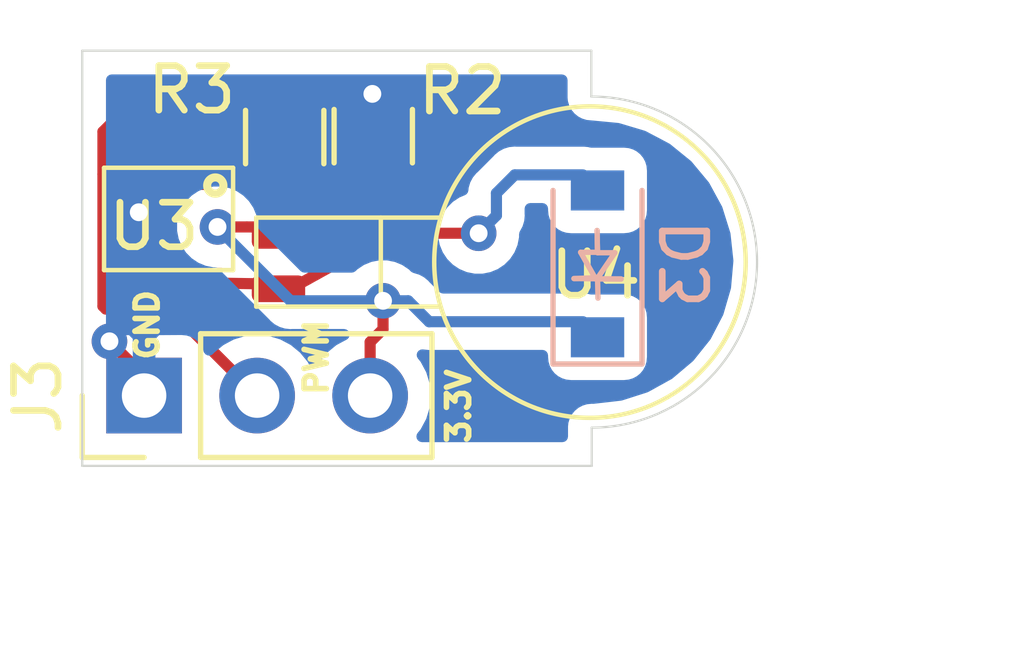
<source format=kicad_pcb>
(kicad_pcb (version 20171130) (host pcbnew "(5.1.2)-2")

  (general
    (thickness 1.6)
    (drawings 19)
    (tracks 54)
    (zones 0)
    (modules 6)
    (nets 6)
  )

  (page A4)
  (layers
    (0 F.Cu signal)
    (31 B.Cu signal)
    (32 B.Adhes user)
    (33 F.Adhes user)
    (34 B.Paste user)
    (35 F.Paste user)
    (36 B.SilkS user)
    (37 F.SilkS user)
    (38 B.Mask user)
    (39 F.Mask user)
    (40 Dwgs.User user)
    (41 Cmts.User user)
    (42 Eco1.User user)
    (43 Eco2.User user)
    (44 Edge.Cuts user)
    (45 Margin user)
    (46 B.CrtYd user)
    (47 F.CrtYd user)
    (48 B.Fab user)
    (49 F.Fab user hide)
  )

  (setup
    (last_trace_width 0.25)
    (trace_clearance 0.2)
    (zone_clearance 0.508)
    (zone_45_only no)
    (trace_min 0.2)
    (via_size 0.8)
    (via_drill 0.4)
    (via_min_size 0.4)
    (via_min_drill 0.3)
    (uvia_size 0.3)
    (uvia_drill 0.1)
    (uvias_allowed no)
    (uvia_min_size 0.2)
    (uvia_min_drill 0.1)
    (edge_width 0.05)
    (segment_width 0.2)
    (pcb_text_width 0.3)
    (pcb_text_size 1.5 1.5)
    (mod_edge_width 0.12)
    (mod_text_size 1 1)
    (mod_text_width 0.15)
    (pad_size 1.524 1.524)
    (pad_drill 0.762)
    (pad_to_mask_clearance 0.051)
    (solder_mask_min_width 0.25)
    (aux_axis_origin 0 0)
    (visible_elements 7FFFFFFF)
    (pcbplotparams
      (layerselection 0x010fc_ffffffff)
      (usegerberextensions false)
      (usegerberattributes false)
      (usegerberadvancedattributes false)
      (creategerberjobfile false)
      (excludeedgelayer true)
      (linewidth 0.100000)
      (plotframeref false)
      (viasonmask false)
      (mode 1)
      (useauxorigin false)
      (hpglpennumber 1)
      (hpglpenspeed 20)
      (hpglpendiameter 15.000000)
      (psnegative false)
      (psa4output false)
      (plotreference true)
      (plotvalue true)
      (plotinvisibletext false)
      (padsonsilk false)
      (subtractmaskfromsilk false)
      (outputformat 1)
      (mirror false)
      (drillshape 1)
      (scaleselection 1)
      (outputdirectory ""))
  )

  (net 0 "")
  (net 1 "(GND)")
  (net 2 +3.3)
  (net 3 MOTOR_PWM)
  (net 4 "Net-(D3-Pad2)")
  (net 5 "Net-(R2-Pad2)")

  (net_class Default "This is the default net class."
    (clearance 0.2)
    (trace_width 0.25)
    (via_dia 0.8)
    (via_drill 0.4)
    (uvia_dia 0.3)
    (uvia_drill 0.1)
    (add_net "(GND)")
    (add_net +3.3)
    (add_net MOTOR_PWM)
    (add_net "Net-(D3-Pad2)")
    (add_net "Net-(R2-Pad2)")
  )

  (module Resistors_SMD:R_0805 (layer F.Cu) (tedit 58AADA8F) (tstamp 5D1C0864)
    (at 125.54 109.84 270)
    (descr "Resistor SMD 0805, reflow soldering, Vishay (see dcrcw.pdf)")
    (tags "resistor 0805")
    (path /5D05FBC2)
    (attr smd)
    (fp_text reference R2 (at -1.02 -2 180) (layer F.SilkS)
      (effects (font (size 1 1) (thickness 0.15)))
    )
    (fp_text value 10K (at 0 1.75 90) (layer F.Fab)
      (effects (font (size 1 1) (thickness 0.15)))
    )
    (fp_line (start 1.55 0.9) (end -1.55 0.9) (layer F.CrtYd) (width 0.05))
    (fp_line (start 1.55 0.9) (end 1.55 -0.9) (layer F.CrtYd) (width 0.05))
    (fp_line (start -1.55 -0.9) (end -1.55 0.9) (layer F.CrtYd) (width 0.05))
    (fp_line (start -1.55 -0.9) (end 1.55 -0.9) (layer F.CrtYd) (width 0.05))
    (fp_line (start -0.6 -0.88) (end 0.6 -0.88) (layer F.SilkS) (width 0.12))
    (fp_line (start 0.6 0.88) (end -0.6 0.88) (layer F.SilkS) (width 0.12))
    (fp_line (start -1 -0.62) (end 1 -0.62) (layer F.Fab) (width 0.1))
    (fp_line (start 1 -0.62) (end 1 0.62) (layer F.Fab) (width 0.1))
    (fp_line (start 1 0.62) (end -1 0.62) (layer F.Fab) (width 0.1))
    (fp_line (start -1 0.62) (end -1 -0.62) (layer F.Fab) (width 0.1))
    (fp_text user %R (at 0 -1.65 90) (layer F.Fab)
      (effects (font (size 1 1) (thickness 0.15)))
    )
    (pad 2 smd rect (at 0.95 0 270) (size 0.7 1.3) (layers F.Cu F.Paste F.Mask)
      (net 5 "Net-(R2-Pad2)"))
    (pad 1 smd rect (at -0.95 0 270) (size 0.7 1.3) (layers F.Cu F.Paste F.Mask)
      (net 1 "(GND)"))
    (model Resistors_SMD.3dshapes/R_0805.wrl
      (at (xyz 0 0 0))
      (scale (xyz 1 1 1))
      (rotate (xyz 0 0 0))
    )
  )

  (module Resistors_SMD:R_0805 (layer F.Cu) (tedit 58AADA8F) (tstamp 5D1C68CB)
    (at 123.55 109.86 270)
    (descr "Resistor SMD 0805, reflow soldering, Vishay (see dcrcw.pdf)")
    (tags "resistor 0805")
    (path /5D05C2F6)
    (attr smd)
    (fp_text reference R3 (at -1.06 2.09 180) (layer F.SilkS)
      (effects (font (size 1 1) (thickness 0.15)))
    )
    (fp_text value 330 (at 0 1.75 90) (layer F.Fab)
      (effects (font (size 1 1) (thickness 0.15)))
    )
    (fp_line (start 1.55 0.9) (end -1.55 0.9) (layer F.CrtYd) (width 0.05))
    (fp_line (start 1.55 0.9) (end 1.55 -0.9) (layer F.CrtYd) (width 0.05))
    (fp_line (start -1.55 -0.9) (end -1.55 0.9) (layer F.CrtYd) (width 0.05))
    (fp_line (start -1.55 -0.9) (end 1.55 -0.9) (layer F.CrtYd) (width 0.05))
    (fp_line (start -0.6 -0.88) (end 0.6 -0.88) (layer F.SilkS) (width 0.12))
    (fp_line (start 0.6 0.88) (end -0.6 0.88) (layer F.SilkS) (width 0.12))
    (fp_line (start -1 -0.62) (end 1 -0.62) (layer F.Fab) (width 0.1))
    (fp_line (start 1 -0.62) (end 1 0.62) (layer F.Fab) (width 0.1))
    (fp_line (start 1 0.62) (end -1 0.62) (layer F.Fab) (width 0.1))
    (fp_line (start -1 0.62) (end -1 -0.62) (layer F.Fab) (width 0.1))
    (fp_text user %R (at 0 -1.65 90) (layer F.Fab)
      (effects (font (size 1 1) (thickness 0.15)))
    )
    (pad 2 smd rect (at 0.95 0 270) (size 0.7 1.3) (layers F.Cu F.Paste F.Mask)
      (net 5 "Net-(R2-Pad2)"))
    (pad 1 smd rect (at -0.95 0 270) (size 0.7 1.3) (layers F.Cu F.Paste F.Mask)
      (net 3 MOTOR_PWM))
    (model Resistors_SMD.3dshapes/R_0805.wrl
      (at (xyz 0 0 0))
      (scale (xyz 1 1 1))
      (rotate (xyz 0 0 0))
    )
  )

  (module my-fp-library:SOT-28FL (layer F.Cu) (tedit 5D069B09) (tstamp 5D47110A)
    (at 120.99 111.75 180)
    (path /5D05C161)
    (fp_text reference U3 (at 0.38 -0.12) (layer F.SilkS)
      (effects (font (size 1 1) (thickness 0.15)))
    )
    (fp_text value ECH8693R-TL-W (at 0.1 -3.85) (layer F.Fab)
      (effects (font (size 1 1) (thickness 0.15)))
    )
    (fp_line (start -1.4 -1.1) (end 1.5 -1.1) (layer F.SilkS) (width 0.1))
    (fp_line (start -1.4 -1.1) (end -1.4 1.2) (layer F.SilkS) (width 0.1))
    (fp_line (start -1.4 1.2) (end 1.5 1.2) (layer F.SilkS) (width 0.1))
    (fp_line (start 1.5 1.2) (end 1.5 -1.1) (layer F.SilkS) (width 0.1))
    (fp_circle (center -1 0.8) (end -1.2 0.7) (layer F.SilkS) (width 0.1))
    (fp_circle (center -1 0.8) (end -1.1 0.7) (layer F.SilkS) (width 0.1))
    (pad 8 smd rect (at -0.95 -1.35 180) (size 0.4 0.6) (layers F.Cu F.Paste F.Mask)
      (net 4 "Net-(D3-Pad2)"))
    (pad 1 smd rect (at -0.95 1.45 180) (size 0.4 0.6) (layers F.Cu F.Paste F.Mask)
      (net 1 "(GND)"))
    (pad 7 smd rect (at -0.3 -1.35 180) (size 0.4 0.6) (layers F.Cu F.Paste F.Mask)
      (net 4 "Net-(D3-Pad2)"))
    (pad 6 smd rect (at 0.35 -1.35 180) (size 0.4 0.6) (layers F.Cu F.Paste F.Mask)
      (net 4 "Net-(D3-Pad2)"))
    (pad 5 smd rect (at 1 -1.35 180) (size 0.4 0.6) (layers F.Cu F.Paste F.Mask)
      (net 4 "Net-(D3-Pad2)"))
    (pad 2 smd rect (at -0.3 1.45 180) (size 0.4 0.6) (layers F.Cu F.Paste F.Mask)
      (net 5 "Net-(R2-Pad2)"))
    (pad 3 smd rect (at 0.35 1.45 180) (size 0.4 0.6) (layers F.Cu F.Paste F.Mask)
      (net 1 "(GND)"))
    (pad 4 smd rect (at 1 1.45 180) (size 0.4 0.6) (layers F.Cu F.Paste F.Mask)
      (net 5 "Net-(R2-Pad2)"))
  )

  (module "my-fp-library:VIBRATION MOTOR COIN 3V FLEX - C0720B001F" (layer F.Cu) (tedit 5D066B2A) (tstamp 5D1C09C8)
    (at 130.41 112.67)
    (path /5D05B21D)
    (fp_text reference U4 (at 0.13 0.29) (layer F.SilkS)
      (effects (font (size 1 1) (thickness 0.15)))
    )
    (fp_text value C0720B001F (at 0.1 -8.1) (layer F.Fab)
      (effects (font (size 1 1) (thickness 0.15)))
    )
    (fp_circle (center 0 0) (end 3.5 0) (layer F.SilkS) (width 0.1))
    (fp_line (start -3.4 -1) (end -7.5 -1) (layer F.SilkS) (width 0.1))
    (fp_line (start -7.5 -1) (end -7.5 1) (layer F.SilkS) (width 0.1))
    (fp_line (start -7.5 1) (end -3.4 1) (layer F.SilkS) (width 0.1))
    (fp_line (start -4.7 -1) (end -4.7 1) (layer F.SilkS) (width 0.1))
    (pad 1 smd roundrect (at -7 -0.6) (size 1.2 0.6) (layers F.Cu F.Paste F.Mask) (roundrect_rratio 0.25)
      (net 2 +3.3))
    (pad 2 smd roundrect (at -7 0.6) (size 1.2 0.6) (layers F.Cu F.Paste F.Mask) (roundrect_rratio 0.25)
      (net 4 "Net-(D3-Pad2)"))
  )

  (module Pin_Headers:Pin_Header_Straight_1x03_Pitch2.54mm (layer F.Cu) (tedit 5862ED52) (tstamp 5D1C7779)
    (at 120.39 115.67 90)
    (descr "Through hole straight pin header, 1x03, 2.54mm pitch, single row")
    (tags "Through hole pin header THT 1x03 2.54mm single row")
    (path /5D1C2F7F)
    (fp_text reference J3 (at 0 -2.39 90) (layer F.SilkS)
      (effects (font (size 1 1) (thickness 0.15)))
    )
    (fp_text value Conn_01x03 (at 0 7.47 90) (layer F.Fab)
      (effects (font (size 1 1) (thickness 0.15)))
    )
    (fp_line (start -1.27 -1.27) (end -1.27 6.35) (layer F.Fab) (width 0.1))
    (fp_line (start -1.27 6.35) (end 1.27 6.35) (layer F.Fab) (width 0.1))
    (fp_line (start 1.27 6.35) (end 1.27 -1.27) (layer F.Fab) (width 0.1))
    (fp_line (start 1.27 -1.27) (end -1.27 -1.27) (layer F.Fab) (width 0.1))
    (fp_line (start -1.39 1.27) (end -1.39 6.47) (layer F.SilkS) (width 0.12))
    (fp_line (start -1.39 6.47) (end 1.39 6.47) (layer F.SilkS) (width 0.12))
    (fp_line (start 1.39 6.47) (end 1.39 1.27) (layer F.SilkS) (width 0.12))
    (fp_line (start 1.39 1.27) (end -1.39 1.27) (layer F.SilkS) (width 0.12))
    (fp_line (start -1.39 0) (end -1.39 -1.39) (layer F.SilkS) (width 0.12))
    (fp_line (start -1.39 -1.39) (end 0 -1.39) (layer F.SilkS) (width 0.12))
    (fp_line (start -1.6 -1.6) (end -1.6 6.6) (layer F.CrtYd) (width 0.05))
    (fp_line (start -1.6 6.6) (end 1.6 6.6) (layer F.CrtYd) (width 0.05))
    (fp_line (start 1.6 6.6) (end 1.6 -1.6) (layer F.CrtYd) (width 0.05))
    (fp_line (start 1.6 -1.6) (end -1.6 -1.6) (layer F.CrtYd) (width 0.05))
    (pad 1 thru_hole rect (at 0 0 90) (size 1.7 1.7) (drill 1) (layers *.Cu *.Mask)
      (net 1 "(GND)"))
    (pad 2 thru_hole oval (at 0 2.54 90) (size 1.7 1.7) (drill 1) (layers *.Cu *.Mask)
      (net 3 MOTOR_PWM))
    (pad 3 thru_hole oval (at 0 5.08 90) (size 1.7 1.7) (drill 1) (layers *.Cu *.Mask)
      (net 2 +3.3))
    (model Pin_Headers.3dshapes/Pin_Header_Straight_1x03_Pitch2.54mm.wrl
      (offset (xyz 0 -2.539999961853027 0))
      (scale (xyz 1 1 1))
      (rotate (xyz 0 0 90))
    )
  )

  (module Diodes_SMD:D_SOD-123 (layer B.Cu) (tedit 58645DC7) (tstamp 5D4708AE)
    (at 130.58 112.71 90)
    (descr SOD-123)
    (tags SOD-123)
    (path /5D47650F)
    (attr smd)
    (fp_text reference D3 (at 0 2 90) (layer B.SilkS)
      (effects (font (size 1 1) (thickness 0.15)) (justify mirror))
    )
    (fp_text value 1N4148 (at -0.36 8.74 90) (layer B.Fab)
      (effects (font (size 1 1) (thickness 0.15)) (justify mirror))
    )
    (fp_line (start -2.25 1) (end -2.25 -1) (layer B.SilkS) (width 0.12))
    (fp_line (start 0.25 0) (end 0.75 0) (layer B.Fab) (width 0.1))
    (fp_line (start 0.25 -0.4) (end -0.35 0) (layer B.Fab) (width 0.1))
    (fp_line (start 0.25 0.4) (end 0.25 -0.4) (layer B.Fab) (width 0.1))
    (fp_line (start -0.35 0) (end 0.25 0.4) (layer B.Fab) (width 0.1))
    (fp_line (start -0.35 0) (end -0.35 -0.55) (layer B.Fab) (width 0.1))
    (fp_line (start -0.35 0) (end -0.35 0.55) (layer B.Fab) (width 0.1))
    (fp_line (start -0.75 0) (end -0.35 0) (layer B.Fab) (width 0.1))
    (fp_line (start -1.4 -0.9) (end -1.4 0.9) (layer B.Fab) (width 0.1))
    (fp_line (start 1.4 -0.9) (end -1.4 -0.9) (layer B.Fab) (width 0.1))
    (fp_line (start 1.4 0.9) (end 1.4 -0.9) (layer B.Fab) (width 0.1))
    (fp_line (start -1.4 0.9) (end 1.4 0.9) (layer B.Fab) (width 0.1))
    (fp_line (start -2.35 1.15) (end 2.35 1.15) (layer B.CrtYd) (width 0.05))
    (fp_line (start 2.35 1.15) (end 2.35 -1.15) (layer B.CrtYd) (width 0.05))
    (fp_line (start 2.35 -1.15) (end -2.35 -1.15) (layer B.CrtYd) (width 0.05))
    (fp_line (start -2.35 1.15) (end -2.35 -1.15) (layer B.CrtYd) (width 0.05))
    (fp_line (start -2.25 -1) (end 1.65 -1) (layer B.SilkS) (width 0.12))
    (fp_line (start -2.25 1) (end 1.65 1) (layer B.SilkS) (width 0.12))
    (pad 1 smd rect (at -1.65 0 90) (size 0.9 1.2) (layers B.Cu B.Paste B.Mask)
      (net 2 +3.3))
    (pad 2 smd rect (at 1.65 0 90) (size 0.9 1.2) (layers B.Cu B.Paste B.Mask)
      (net 4 "Net-(D3-Pad2)"))
    (model ${KISYS3DMOD}/Diodes_SMD.3dshapes/D_SOD-123.wrl
      (at (xyz 0 0 0))
      (scale (xyz 1 1 1))
      (rotate (xyz 0 0 0))
    )
  )

  (gr_line (start 130.97 112.46) (end 130.58 113.03) (layer B.SilkS) (width 0.12))
  (gr_line (start 130.58 112.46) (end 130.97 112.46) (layer B.SilkS) (width 0.12))
  (gr_line (start 130.57 111.96) (end 130.58 112.46) (layer B.SilkS) (width 0.12))
  (gr_line (start 130.58 112.45) (end 130.57 111.96) (layer B.SilkS) (width 0.12))
  (gr_line (start 130.2 112.45) (end 130.58 112.45) (layer B.SilkS) (width 0.12))
  (gr_line (start 130.54 113.05) (end 130.2 112.45) (layer B.SilkS) (width 0.12))
  (gr_line (start 131.11 113.05) (end 130.54 113.05) (layer B.SilkS) (width 0.12))
  (gr_line (start 130.05 113.04) (end 131.11 113.05) (layer B.SilkS) (width 0.12))
  (gr_line (start 130.58 113.02) (end 130.05 113.04) (layer B.SilkS) (width 0.12))
  (gr_line (start 130.59 113.48) (end 130.58 113.02) (layer B.SilkS) (width 0.12))
  (gr_arc (start 130.45 112.67) (end 130.45 116.39) (angle -180.1536076) (layer Edge.Cuts) (width 0.05))
  (gr_line (start 130.45 116.39) (end 130.45 117.25) (layer Edge.Cuts) (width 0.05))
  (gr_line (start 130.440027 108.950013) (end 130.440027 107.92) (layer Edge.Cuts) (width 0.05))
  (gr_text GND (at 120.46 114.08 90) (layer F.SilkS) (tstamp 5D1C807E)
    (effects (font (size 0.5 0.5) (thickness 0.125)))
  )
  (gr_text PWM (at 124.26 114.81 90) (layer F.SilkS) (tstamp 5D1C807B)
    (effects (font (size 0.5 0.5) (thickness 0.125)))
  )
  (gr_text 3.3V (at 127.46 115.91 90) (layer F.SilkS)
    (effects (font (size 0.5 0.5) (thickness 0.125)))
  )
  (gr_line (start 119 107.92) (end 119 117.25) (layer Edge.Cuts) (width 0.05) (tstamp 5D1C7F69))
  (gr_line (start 119 117.25) (end 130.45 117.25) (layer Edge.Cuts) (width 0.05) (tstamp 5D1C7F3A))
  (gr_line (start 119 107.92) (end 130.440027 107.92) (layer Edge.Cuts) (width 0.05))

  (via (at 125.52 108.89) (size 0.8) (drill 0.4) (layers F.Cu B.Cu) (net 1))
  (segment (start 121.750001 110.925001) (end 121.94 110.735002) (width 0.25) (layer F.Cu) (net 1))
  (segment (start 120.715001 110.925001) (end 121.750001 110.925001) (width 0.25) (layer F.Cu) (net 1))
  (segment (start 120.64 110.3) (end 120.64 110.85) (width 0.25) (layer F.Cu) (net 1))
  (segment (start 120.64 110.85) (end 120.715001 110.925001) (width 0.25) (layer F.Cu) (net 1))
  (segment (start 121.94 110.735002) (end 121.94 110.29) (width 0.25) (layer F.Cu) (net 1))
  (via (at 119.611549 114.450011) (size 0.8) (drill 0.4) (layers F.Cu B.Cu) (net 1))
  (segment (start 120.32 115.53) (end 120.32 115.158462) (width 0.25) (layer F.Cu) (net 1))
  (segment (start 120.32 115.158462) (end 120.011548 114.85001) (width 0.25) (layer F.Cu) (net 1))
  (segment (start 120.011548 114.85001) (end 119.611549 114.450011) (width 0.25) (layer F.Cu) (net 1))
  (via (at 120.27 111.55) (size 0.8) (drill 0.4) (layers F.Cu B.Cu) (net 1))
  (segment (start 120.669999 110.970003) (end 120.715001 110.925001) (width 0.25) (layer F.Cu) (net 1))
  (segment (start 120.669999 111.150001) (end 120.669999 110.970003) (width 0.25) (layer F.Cu) (net 1))
  (segment (start 120.27 111.55) (end 120.669999 111.150001) (width 0.25) (layer F.Cu) (net 1))
  (segment (start 125.47 114.467919) (end 125.76 114.177919) (width 0.25) (layer F.Cu) (net 2))
  (segment (start 125.47 115.67) (end 125.47 114.467919) (width 0.25) (layer F.Cu) (net 2))
  (segment (start 125.76 114.177919) (end 125.76 113.54) (width 0.25) (layer F.Cu) (net 2))
  (via (at 125.76 113.54) (size 0.8) (drill 0.4) (layers F.Cu B.Cu) (net 2))
  (segment (start 125.76 113.54) (end 123.68 113.54) (width 0.25) (layer B.Cu) (net 2))
  (segment (start 123.68 113.54) (end 122.07 111.93) (width 0.25) (layer B.Cu) (net 2))
  (via (at 122.04 111.88) (size 0.8) (drill 0.4) (layers F.Cu B.Cu) (net 2) (tstamp 5D1C7EDC))
  (segment (start 122.04 111.88) (end 122.7 111.88) (width 0.25) (layer F.Cu) (net 2))
  (segment (start 122.7 111.88) (end 123.1 111.88) (width 0.25) (layer F.Cu) (net 2))
  (segment (start 126.325685 113.54) (end 126.795685 114.01) (width 0.25) (layer B.Cu) (net 2))
  (segment (start 125.76 113.54) (end 126.325685 113.54) (width 0.25) (layer B.Cu) (net 2))
  (segment (start 126.795685 114.01) (end 130.25 114.01) (width 0.25) (layer B.Cu) (net 2))
  (segment (start 122.93 115.67) (end 120.985001 113.725001) (width 0.25) (layer F.Cu) (net 3))
  (segment (start 119.464999 113.660001) (end 119.464999 110.695001) (width 0.25) (layer F.Cu) (net 3))
  (segment (start 119.529999 113.725001) (end 119.464999 113.660001) (width 0.25) (layer F.Cu) (net 3))
  (segment (start 120.985001 113.725001) (end 119.529999 113.725001) (width 0.25) (layer F.Cu) (net 3))
  (segment (start 119.464999 109.739999) (end 120.304998 108.9) (width 0.25) (layer F.Cu) (net 3))
  (segment (start 119.464999 110.695001) (end 119.464999 109.739999) (width 0.25) (layer F.Cu) (net 3))
  (segment (start 120.304998 108.9) (end 123.52 108.9) (width 0.25) (layer F.Cu) (net 3))
  (segment (start 120.44 113.1) (end 120.46 113.12) (width 0.25) (layer F.Cu) (net 4))
  (segment (start 119.99 113.1) (end 120.44 113.1) (width 0.25) (layer F.Cu) (net 4))
  (segment (start 120.46 113.12) (end 121.33 113.12) (width 0.25) (layer F.Cu) (net 4))
  (segment (start 121.33 113.12) (end 121.9 113.12) (width 0.25) (layer F.Cu) (net 4))
  (via (at 127.908232 112.021768) (size 0.8) (drill 0.4) (layers F.Cu B.Cu) (net 4))
  (segment (start 128.308231 111.621769) (end 128.308231 111.121769) (width 0.25) (layer B.Cu) (net 4))
  (segment (start 127.908232 112.021768) (end 128.308231 111.621769) (width 0.25) (layer B.Cu) (net 4))
  (segment (start 128.308231 111.121769) (end 128.72 110.71) (width 0.25) (layer B.Cu) (net 4))
  (segment (start 128.72 110.71) (end 130.25 110.71) (width 0.25) (layer B.Cu) (net 4))
  (segment (start 123.12 113.16) (end 121.88 113.14) (width 0.25) (layer F.Cu) (net 4))
  (segment (start 125.93 112.021768) (end 123.79 113.21) (width 0.25) (layer F.Cu) (net 4))
  (segment (start 127.908232 112.021768) (end 125.93 112.021768) (width 0.25) (layer F.Cu) (net 4))
  (segment (start 119.99 109.864998) (end 120.264998 109.59) (width 0.25) (layer F.Cu) (net 5))
  (segment (start 119.99 110.3) (end 119.99 109.864998) (width 0.25) (layer F.Cu) (net 5))
  (segment (start 121.015002 109.59) (end 121.3 109.874998) (width 0.25) (layer F.Cu) (net 5))
  (segment (start 120.264998 109.59) (end 121.015002 109.59) (width 0.25) (layer F.Cu) (net 5))
  (segment (start 121.3 109.874998) (end 121.3 110.26) (width 0.25) (layer F.Cu) (net 5))
  (segment (start 122.93 109.59) (end 121.015002 109.59) (width 0.25) (layer F.Cu) (net 5))
  (segment (start 123.55 110.21) (end 122.93 109.59) (width 0.25) (layer F.Cu) (net 5))
  (segment (start 123.55 110.81) (end 123.55 110.21) (width 0.25) (layer F.Cu) (net 5))
  (segment (start 123.55 110.81) (end 125.54 110.81) (width 0.25) (layer F.Cu) (net 5))

  (zone (net 1) (net_name "(GND)") (layer B.Cu) (tstamp 0) (hatch edge 0.508)
    (connect_pads (clearance 0.508))
    (min_thickness 0.254)
    (fill yes (arc_segments 32) (thermal_gap 0.508) (thermal_bridge_width 0.508))
    (polygon
      (pts
        (xy 117.88 106.79) (xy 137.45 106.78) (xy 136.88 121.78) (xy 117.53 121.59)
      )
    )
    (filled_polygon
      (pts
        (xy 129.780027 108.982431) (xy 129.789577 109.079395) (xy 129.827317 109.203805) (xy 129.888602 109.318462) (xy 129.971079 109.418961)
        (xy 130.071577 109.501438) (xy 130.186234 109.562723) (xy 130.310644 109.600463) (xy 130.440027 109.613206) (xy 130.441061 109.613104)
        (xy 131.035698 109.669799) (xy 131.607287 109.840701) (xy 132.134794 110.119371) (xy 132.598131 110.495195) (xy 132.979641 110.953854)
        (xy 133.264798 111.477876) (xy 133.442742 112.047312) (xy 133.506693 112.640462) (xy 133.454215 113.234745) (xy 133.28731 113.807505)
        (xy 133.012328 114.336948) (xy 132.639751 114.802893) (xy 132.183767 115.187597) (xy 131.66174 115.476409) (xy 131.093563 115.658322)
        (xy 130.475541 115.729323) (xy 130.45 115.726807) (xy 130.320617 115.73955) (xy 130.196207 115.77729) (xy 130.08155 115.838575)
        (xy 129.981052 115.921052) (xy 129.898575 116.021551) (xy 129.83729 116.136208) (xy 129.79955 116.260618) (xy 129.79 116.357582)
        (xy 129.79 116.59) (xy 126.636036 116.59) (xy 126.710706 116.499014) (xy 126.848599 116.241034) (xy 126.933513 115.961111)
        (xy 126.962185 115.67) (xy 126.933513 115.378889) (xy 126.848599 115.098966) (xy 126.710706 114.840986) (xy 126.642339 114.75768)
        (xy 126.646699 114.759003) (xy 126.758352 114.77) (xy 126.758361 114.77) (xy 126.795684 114.773676) (xy 126.833007 114.77)
        (xy 129.341928 114.77) (xy 129.341928 114.81) (xy 129.354188 114.934482) (xy 129.390498 115.05418) (xy 129.449463 115.164494)
        (xy 129.528815 115.261185) (xy 129.625506 115.340537) (xy 129.73582 115.399502) (xy 129.855518 115.435812) (xy 129.98 115.448072)
        (xy 131.18 115.448072) (xy 131.304482 115.435812) (xy 131.42418 115.399502) (xy 131.534494 115.340537) (xy 131.631185 115.261185)
        (xy 131.710537 115.164494) (xy 131.769502 115.05418) (xy 131.805812 114.934482) (xy 131.818072 114.81) (xy 131.818072 113.91)
        (xy 131.805812 113.785518) (xy 131.769502 113.66582) (xy 131.710537 113.555506) (xy 131.631185 113.458815) (xy 131.534494 113.379463)
        (xy 131.42418 113.320498) (xy 131.304482 113.284188) (xy 131.18 113.271928) (xy 130.435021 113.271928) (xy 130.398986 113.260997)
        (xy 130.287333 113.25) (xy 127.110487 113.25) (xy 126.889488 113.029002) (xy 126.865686 112.999999) (xy 126.749961 112.905026)
        (xy 126.617932 112.834454) (xy 126.474724 112.791013) (xy 126.419774 112.736063) (xy 126.250256 112.622795) (xy 126.061898 112.544774)
        (xy 125.861939 112.505) (xy 125.658061 112.505) (xy 125.458102 112.544774) (xy 125.269744 112.622795) (xy 125.100226 112.736063)
        (xy 125.056289 112.78) (xy 123.994802 112.78) (xy 123.134631 111.919829) (xy 126.873232 111.919829) (xy 126.873232 112.123707)
        (xy 126.913006 112.323666) (xy 126.991027 112.512024) (xy 127.104295 112.681542) (xy 127.248458 112.825705) (xy 127.417976 112.938973)
        (xy 127.606334 113.016994) (xy 127.806293 113.056768) (xy 128.010171 113.056768) (xy 128.21013 113.016994) (xy 128.398488 112.938973)
        (xy 128.568006 112.825705) (xy 128.712169 112.681542) (xy 128.825437 112.512024) (xy 128.903458 112.323666) (xy 128.943232 112.123707)
        (xy 128.943232 112.045994) (xy 129.013777 111.914016) (xy 129.057234 111.770755) (xy 129.068231 111.659102) (xy 129.068231 111.659092)
        (xy 129.071907 111.62177) (xy 129.068231 111.584447) (xy 129.068231 111.47) (xy 129.341928 111.47) (xy 129.341928 111.51)
        (xy 129.354188 111.634482) (xy 129.390498 111.75418) (xy 129.449463 111.864494) (xy 129.528815 111.961185) (xy 129.625506 112.040537)
        (xy 129.73582 112.099502) (xy 129.855518 112.135812) (xy 129.98 112.148072) (xy 131.18 112.148072) (xy 131.304482 112.135812)
        (xy 131.42418 112.099502) (xy 131.534494 112.040537) (xy 131.631185 111.961185) (xy 131.710537 111.864494) (xy 131.769502 111.75418)
        (xy 131.805812 111.634482) (xy 131.818072 111.51) (xy 131.818072 110.61) (xy 131.805812 110.485518) (xy 131.769502 110.36582)
        (xy 131.710537 110.255506) (xy 131.631185 110.158815) (xy 131.534494 110.079463) (xy 131.42418 110.020498) (xy 131.304482 109.984188)
        (xy 131.18 109.971928) (xy 130.435021 109.971928) (xy 130.398986 109.960997) (xy 130.287333 109.95) (xy 128.757322 109.95)
        (xy 128.719999 109.946324) (xy 128.682676 109.95) (xy 128.682667 109.95) (xy 128.571014 109.960997) (xy 128.427753 110.004454)
        (xy 128.295724 110.075026) (xy 128.179999 110.169999) (xy 128.156196 110.199003) (xy 127.797229 110.55797) (xy 127.768231 110.581768)
        (xy 127.673257 110.697493) (xy 127.602685 110.829522) (xy 127.559228 110.972783) (xy 127.551704 111.04917) (xy 127.417976 111.104563)
        (xy 127.248458 111.217831) (xy 127.104295 111.361994) (xy 126.991027 111.531512) (xy 126.913006 111.71987) (xy 126.873232 111.919829)
        (xy 123.134631 111.919829) (xy 123.075 111.860199) (xy 123.075 111.778061) (xy 123.035226 111.578102) (xy 122.957205 111.389744)
        (xy 122.843937 111.220226) (xy 122.699774 111.076063) (xy 122.530256 110.962795) (xy 122.341898 110.884774) (xy 122.141939 110.845)
        (xy 121.938061 110.845) (xy 121.738102 110.884774) (xy 121.549744 110.962795) (xy 121.380226 111.076063) (xy 121.236063 111.220226)
        (xy 121.122795 111.389744) (xy 121.044774 111.578102) (xy 121.005 111.778061) (xy 121.005 111.981939) (xy 121.044774 112.181898)
        (xy 121.122795 112.370256) (xy 121.236063 112.539774) (xy 121.380226 112.683937) (xy 121.549744 112.797205) (xy 121.738102 112.875226)
        (xy 121.938061 112.915) (xy 121.980199 112.915) (xy 123.1162 114.051002) (xy 123.139999 114.080001) (xy 123.255724 114.174974)
        (xy 123.387753 114.245546) (xy 123.531014 114.289003) (xy 123.642667 114.3) (xy 123.642677 114.3) (xy 123.68 114.303676)
        (xy 123.717323 114.3) (xy 124.882878 114.3) (xy 124.640986 114.429294) (xy 124.414866 114.614866) (xy 124.229294 114.840986)
        (xy 124.2 114.895791) (xy 124.170706 114.840986) (xy 123.985134 114.614866) (xy 123.759014 114.429294) (xy 123.501034 114.291401)
        (xy 123.221111 114.206487) (xy 123.00295 114.185) (xy 122.85705 114.185) (xy 122.638889 114.206487) (xy 122.358966 114.291401)
        (xy 122.100986 114.429294) (xy 121.874866 114.614866) (xy 121.850393 114.644687) (xy 121.829502 114.57582) (xy 121.770537 114.465506)
        (xy 121.691185 114.368815) (xy 121.594494 114.289463) (xy 121.48418 114.230498) (xy 121.364482 114.194188) (xy 121.24 114.181928)
        (xy 120.67575 114.185) (xy 120.517 114.34375) (xy 120.517 115.543) (xy 120.537 115.543) (xy 120.537 115.797)
        (xy 120.517 115.797) (xy 120.517 115.817) (xy 120.263 115.817) (xy 120.263 115.797) (xy 120.243 115.797)
        (xy 120.243 115.543) (xy 120.263 115.543) (xy 120.263 114.34375) (xy 120.10425 114.185) (xy 119.66 114.182581)
        (xy 119.66 108.58) (xy 129.780027 108.58)
      )
    )
  )
)

</source>
